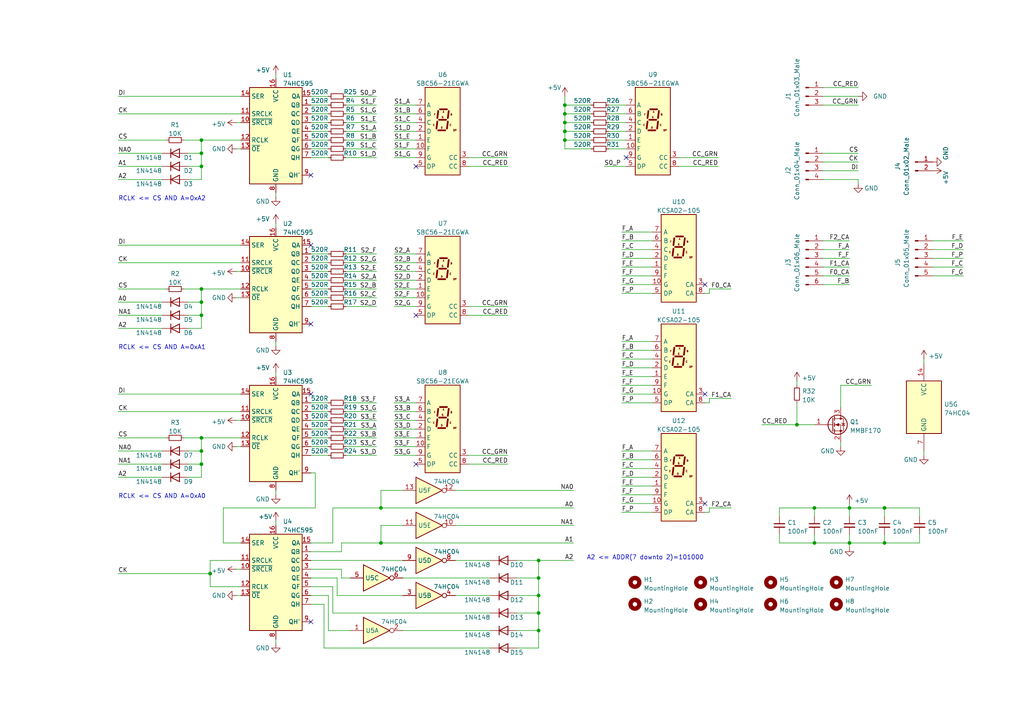
<source format=kicad_sch>
(kicad_sch (version 20211123) (generator eeschema)
  (paper "A4")
  (junction (at 110.49 157.48))
  (junction (at 156.21 167.64))
  (junction (at 163.83 33.02))
  (junction (at 246.38 147.32))
  (junction (at 58.42 130.81))
  (junction (at 163.83 40.64))
  (junction (at 58.42 127))
  (junction (at 156.21 182.88))
  (junction (at 231.14 123.19))
  (junction (at 58.42 48.26))
  (junction (at 156.21 177.8))
  (junction (at 246.38 157.48))
  (junction (at 58.42 40.64))
  (junction (at 58.42 83.82))
  (junction (at 256.54 157.48))
  (junction (at 58.42 91.44))
  (junction (at 110.49 147.32))
  (junction (at 156.21 172.72))
  (junction (at 58.42 134.62))
  (junction (at 236.22 147.32))
  (junction (at 163.83 30.48))
  (junction (at 58.42 87.63))
  (junction (at 58.42 44.45))
  (junction (at 163.83 35.56))
  (junction (at 256.54 147.32))
  (junction (at 60.96 166.37))
  (junction (at 163.83 38.1))
  (junction (at 236.22 157.48))
  (junction (at 156.21 162.56))
  (no_connect (at 120.65 134.62))
  (no_connect (at 204.47 146.05))
  (no_connect (at 90.17 71.12))
  (no_connect (at 204.47 82.55))
  (no_connect (at 90.17 93.98))
  (no_connect (at 90.17 180.34))
  (no_connect (at 90.17 114.3))
  (no_connect (at 204.47 114.3))
  (no_connect (at 120.65 48.26))
  (no_connect (at 90.17 50.8))
  (no_connect (at 181.61 45.72))
  (no_connect (at 120.65 91.44))
  (wire (pts (xy 267.97 130.81) (xy 267.97 132.08)))
  (wire (pts (xy 114.3 43.18) (xy 120.65 43.18)))
  (wire (pts (xy 58.42 52.07) (xy 58.42 48.26)))
  (wire (pts (xy 68.58 172.72) (xy 69.85 172.72)))
  (wire (pts (xy 96.52 157.48) (xy 96.52 147.32)))
  (wire (pts (xy 80.01 99.06) (xy 80.01 100.33)))
  (wire (pts (xy 238.76 77.47) (xy 246.38 77.47)))
  (wire (pts (xy 114.3 35.56) (xy 120.65 35.56)))
  (wire (pts (xy 110.49 152.4) (xy 110.49 157.48)))
  (wire (pts (xy 90.17 175.26) (xy 93.98 175.26)))
  (wire (pts (xy 270.51 72.39) (xy 279.4 72.39)))
  (wire (pts (xy 80.01 55.88) (xy 80.01 57.15)))
  (wire (pts (xy 68.58 43.18) (xy 69.85 43.18)))
  (wire (pts (xy 100.33 127) (xy 109.22 127)))
  (wire (pts (xy 270.51 80.01) (xy 279.4 80.01)))
  (wire (pts (xy 163.83 43.18) (xy 171.45 43.18)))
  (wire (pts (xy 248.92 46.99) (xy 238.76 46.99)))
  (wire (pts (xy 90.17 121.92) (xy 95.25 121.92)))
  (wire (pts (xy 180.34 101.6) (xy 189.23 101.6)))
  (wire (pts (xy 180.34 135.89) (xy 189.23 135.89)))
  (wire (pts (xy 34.29 44.45) (xy 46.99 44.45)))
  (wire (pts (xy 93.98 187.96) (xy 142.24 187.96)))
  (wire (pts (xy 163.83 40.64) (xy 171.45 40.64)))
  (wire (pts (xy 246.38 157.48) (xy 246.38 158.75)))
  (wire (pts (xy 58.42 130.81) (xy 54.61 130.81)))
  (wire (pts (xy 149.86 177.8) (xy 156.21 177.8)))
  (wire (pts (xy 68.58 121.92) (xy 69.85 121.92)))
  (wire (pts (xy 114.3 132.08) (xy 120.65 132.08)))
  (wire (pts (xy 90.17 76.2) (xy 95.25 76.2)))
  (wire (pts (xy 100.33 132.08) (xy 109.22 132.08)))
  (wire (pts (xy 34.29 166.37) (xy 60.96 166.37)))
  (wire (pts (xy 90.17 73.66) (xy 95.25 73.66)))
  (wire (pts (xy 90.17 132.08) (xy 95.25 132.08)))
  (wire (pts (xy 248.92 44.45) (xy 238.76 44.45)))
  (wire (pts (xy 93.98 175.26) (xy 93.98 187.96)))
  (wire (pts (xy 205.74 116.84) (xy 204.47 116.84)))
  (wire (pts (xy 80.01 151.13) (xy 80.01 152.4)))
  (wire (pts (xy 114.3 30.48) (xy 120.65 30.48)))
  (wire (pts (xy 156.21 167.64) (xy 156.21 172.72)))
  (wire (pts (xy 34.29 91.44) (xy 46.99 91.44)))
  (wire (pts (xy 90.17 167.64) (xy 97.79 167.64)))
  (wire (pts (xy 180.34 133.35) (xy 189.23 133.35)))
  (wire (pts (xy 176.53 40.64) (xy 181.61 40.64)))
  (wire (pts (xy 205.74 147.32) (xy 205.74 148.59)))
  (wire (pts (xy 68.58 78.74) (xy 69.85 78.74)))
  (wire (pts (xy 180.34 82.55) (xy 189.23 82.55)))
  (wire (pts (xy 231.14 123.19) (xy 236.22 123.19)))
  (wire (pts (xy 54.61 52.07) (xy 58.42 52.07)))
  (wire (pts (xy 114.3 129.54) (xy 120.65 129.54)))
  (wire (pts (xy 270.51 77.47) (xy 279.4 77.47)))
  (wire (pts (xy 114.3 88.9) (xy 120.65 88.9)))
  (wire (pts (xy 90.17 38.1) (xy 95.25 38.1)))
  (wire (pts (xy 114.3 124.46) (xy 120.65 124.46)))
  (wire (pts (xy 238.76 72.39) (xy 246.38 72.39)))
  (wire (pts (xy 90.17 43.18) (xy 95.25 43.18)))
  (wire (pts (xy 180.34 143.51) (xy 189.23 143.51)))
  (wire (pts (xy 256.54 147.32) (xy 266.7 147.32)))
  (wire (pts (xy 205.74 115.57) (xy 205.74 116.84)))
  (wire (pts (xy 270.51 69.85) (xy 279.4 69.85)))
  (wire (pts (xy 163.83 38.1) (xy 163.83 40.64)))
  (wire (pts (xy 135.89 91.44) (xy 147.32 91.44)))
  (wire (pts (xy 132.08 152.4) (xy 166.37 152.4)))
  (wire (pts (xy 163.83 35.56) (xy 163.83 38.1)))
  (wire (pts (xy 114.3 40.64) (xy 120.65 40.64)))
  (wire (pts (xy 180.34 148.59) (xy 189.23 148.59)))
  (wire (pts (xy 135.89 45.72) (xy 147.32 45.72)))
  (wire (pts (xy 180.34 67.31) (xy 189.23 67.31)))
  (wire (pts (xy 58.42 138.43) (xy 58.42 134.62)))
  (wire (pts (xy 100.33 40.64) (xy 109.22 40.64)))
  (wire (pts (xy 100.33 83.82) (xy 109.22 83.82)))
  (wire (pts (xy 100.33 35.56) (xy 109.22 35.56)))
  (wire (pts (xy 34.29 130.81) (xy 46.99 130.81)))
  (wire (pts (xy 34.29 119.38) (xy 69.85 119.38)))
  (wire (pts (xy 80.01 185.42) (xy 80.01 186.69)))
  (wire (pts (xy 97.79 172.72) (xy 116.84 172.72)))
  (wire (pts (xy 176.53 33.02) (xy 181.61 33.02)))
  (wire (pts (xy 34.29 33.02) (xy 69.85 33.02)))
  (wire (pts (xy 114.3 86.36) (xy 120.65 86.36)))
  (wire (pts (xy 163.83 33.02) (xy 163.83 35.56)))
  (wire (pts (xy 256.54 147.32) (xy 256.54 149.86)))
  (wire (pts (xy 180.34 69.85) (xy 189.23 69.85)))
  (wire (pts (xy 156.21 187.96) (xy 149.86 187.96)))
  (wire (pts (xy 114.3 116.84) (xy 120.65 116.84)))
  (wire (pts (xy 205.74 83.82) (xy 205.74 85.09)))
  (wire (pts (xy 68.58 165.1) (xy 69.85 165.1)))
  (wire (pts (xy 196.85 45.72) (xy 208.28 45.72)))
  (wire (pts (xy 132.08 162.56) (xy 142.24 162.56)))
  (wire (pts (xy 180.34 138.43) (xy 189.23 138.43)))
  (wire (pts (xy 100.33 86.36) (xy 109.22 86.36)))
  (wire (pts (xy 100.33 88.9) (xy 109.22 88.9)))
  (wire (pts (xy 163.83 30.48) (xy 171.45 30.48)))
  (wire (pts (xy 266.7 157.48) (xy 266.7 154.94)))
  (wire (pts (xy 149.86 162.56) (xy 156.21 162.56)))
  (wire (pts (xy 246.38 154.94) (xy 246.38 157.48)))
  (wire (pts (xy 54.61 91.44) (xy 58.42 91.44)))
  (wire (pts (xy 95.25 172.72) (xy 95.25 182.88)))
  (wire (pts (xy 58.42 134.62) (xy 58.42 130.81)))
  (wire (pts (xy 226.06 157.48) (xy 236.22 157.48)))
  (wire (pts (xy 110.49 142.24) (xy 110.49 147.32)))
  (wire (pts (xy 176.53 30.48) (xy 181.61 30.48)))
  (wire (pts (xy 114.3 83.82) (xy 120.65 83.82)))
  (wire (pts (xy 54.61 48.26) (xy 58.42 48.26)))
  (wire (pts (xy 132.08 142.24) (xy 166.37 142.24)))
  (wire (pts (xy 58.42 48.26) (xy 58.42 44.45)))
  (wire (pts (xy 226.06 149.86) (xy 226.06 147.32)))
  (wire (pts (xy 176.53 38.1) (xy 181.61 38.1)))
  (wire (pts (xy 163.83 27.94) (xy 163.83 30.48)))
  (wire (pts (xy 256.54 157.48) (xy 266.7 157.48)))
  (wire (pts (xy 99.06 157.48) (xy 110.49 157.48)))
  (wire (pts (xy 238.76 82.55) (xy 246.38 82.55)))
  (wire (pts (xy 116.84 152.4) (xy 110.49 152.4)))
  (wire (pts (xy 156.21 162.56) (xy 156.21 167.64)))
  (wire (pts (xy 34.29 71.12) (xy 69.85 71.12)))
  (wire (pts (xy 100.33 78.74) (xy 109.22 78.74)))
  (wire (pts (xy 90.17 35.56) (xy 95.25 35.56)))
  (wire (pts (xy 90.17 162.56) (xy 116.84 162.56)))
  (wire (pts (xy 60.96 166.37) (xy 60.96 162.56)))
  (wire (pts (xy 34.29 76.2) (xy 69.85 76.2)))
  (wire (pts (xy 156.21 177.8) (xy 156.21 182.88)))
  (wire (pts (xy 100.33 38.1) (xy 109.22 38.1)))
  (wire (pts (xy 97.79 167.64) (xy 97.79 172.72)))
  (wire (pts (xy 58.42 127) (xy 69.85 127)))
  (wire (pts (xy 246.38 147.32) (xy 256.54 147.32)))
  (wire (pts (xy 163.83 40.64) (xy 163.83 43.18)))
  (wire (pts (xy 248.92 52.07) (xy 248.92 53.34)))
  (wire (pts (xy 238.76 80.01) (xy 246.38 80.01)))
  (wire (pts (xy 180.34 85.09) (xy 189.23 85.09)))
  (wire (pts (xy 114.3 73.66) (xy 120.65 73.66)))
  (wire (pts (xy 163.83 35.56) (xy 171.45 35.56)))
  (wire (pts (xy 180.34 77.47) (xy 189.23 77.47)))
  (wire (pts (xy 236.22 147.32) (xy 246.38 147.32)))
  (wire (pts (xy 58.42 40.64) (xy 69.85 40.64)))
  (wire (pts (xy 196.85 48.26) (xy 208.28 48.26)))
  (wire (pts (xy 34.29 40.64) (xy 48.26 40.64)))
  (wire (pts (xy 243.84 128.27) (xy 243.84 129.54)))
  (wire (pts (xy 236.22 157.48) (xy 246.38 157.48)))
  (wire (pts (xy 95.25 182.88) (xy 101.6 182.88)))
  (wire (pts (xy 100.33 124.46) (xy 109.22 124.46)))
  (wire (pts (xy 114.3 127) (xy 120.65 127)))
  (wire (pts (xy 68.58 129.54) (xy 69.85 129.54)))
  (wire (pts (xy 90.17 81.28) (xy 95.25 81.28)))
  (wire (pts (xy 226.06 154.94) (xy 226.06 157.48)))
  (wire (pts (xy 90.17 30.48) (xy 95.25 30.48)))
  (wire (pts (xy 156.21 182.88) (xy 156.21 187.96)))
  (wire (pts (xy 176.53 35.56) (xy 181.61 35.56)))
  (wire (pts (xy 114.3 119.38) (xy 120.65 119.38)))
  (wire (pts (xy 90.17 170.18) (xy 96.52 170.18)))
  (wire (pts (xy 135.89 134.62) (xy 147.32 134.62)))
  (wire (pts (xy 149.86 182.88) (xy 156.21 182.88)))
  (wire (pts (xy 226.06 147.32) (xy 236.22 147.32)))
  (wire (pts (xy 231.14 110.49) (xy 231.14 111.76)))
  (wire (pts (xy 116.84 182.88) (xy 142.24 182.88)))
  (wire (pts (xy 68.58 86.36) (xy 69.85 86.36)))
  (wire (pts (xy 80.01 142.24) (xy 80.01 143.51)))
  (wire (pts (xy 248.92 49.53) (xy 238.76 49.53)))
  (wire (pts (xy 34.29 27.94) (xy 69.85 27.94)))
  (wire (pts (xy 90.17 78.74) (xy 95.25 78.74)))
  (wire (pts (xy 58.42 44.45) (xy 54.61 44.45)))
  (wire (pts (xy 34.29 127) (xy 48.26 127)))
  (wire (pts (xy 69.85 170.18) (xy 60.96 170.18)))
  (wire (pts (xy 163.83 38.1) (xy 171.45 38.1)))
  (wire (pts (xy 156.21 162.56) (xy 166.37 162.56)))
  (wire (pts (xy 180.34 130.81) (xy 189.23 130.81)))
  (wire (pts (xy 149.86 167.64) (xy 156.21 167.64)))
  (wire (pts (xy 90.17 172.72) (xy 95.25 172.72)))
  (wire (pts (xy 100.33 129.54) (xy 109.22 129.54)))
  (wire (pts (xy 34.29 95.25) (xy 46.99 95.25)))
  (wire (pts (xy 60.96 170.18) (xy 60.96 166.37)))
  (wire (pts (xy 238.76 69.85) (xy 246.38 69.85)))
  (wire (pts (xy 34.29 114.3) (xy 69.85 114.3)))
  (wire (pts (xy 132.08 172.72) (xy 142.24 172.72)))
  (wire (pts (xy 236.22 154.94) (xy 236.22 157.48)))
  (wire (pts (xy 135.89 132.08) (xy 147.32 132.08)))
  (wire (pts (xy 114.3 33.02) (xy 120.65 33.02)))
  (wire (pts (xy 246.38 157.48) (xy 256.54 157.48)))
  (wire (pts (xy 58.42 40.64) (xy 58.42 44.45)))
  (wire (pts (xy 238.76 52.07) (xy 248.92 52.07)))
  (wire (pts (xy 180.34 114.3) (xy 189.23 114.3)))
  (wire (pts (xy 80.01 64.77) (xy 80.01 66.04)))
  (wire (pts (xy 90.17 165.1) (xy 99.06 165.1)))
  (wire (pts (xy 90.17 119.38) (xy 95.25 119.38)))
  (wire (pts (xy 58.42 83.82) (xy 58.42 87.63)))
  (wire (pts (xy 100.33 30.48) (xy 109.22 30.48)))
  (wire (pts (xy 236.22 147.32) (xy 236.22 149.86)))
  (wire (pts (xy 180.34 74.93) (xy 189.23 74.93)))
  (wire (pts (xy 34.29 134.62) (xy 46.99 134.62)))
  (wire (pts (xy 231.14 116.84) (xy 231.14 123.19)))
  (wire (pts (xy 58.42 87.63) (xy 54.61 87.63)))
  (wire (pts (xy 114.3 76.2) (xy 120.65 76.2)))
  (wire (pts (xy 114.3 45.72) (xy 120.65 45.72)))
  (wire (pts (xy 100.33 116.84) (xy 109.22 116.84)))
  (wire (pts (xy 96.52 177.8) (xy 142.24 177.8)))
  (wire (pts (xy 180.34 116.84) (xy 189.23 116.84)))
  (wire (pts (xy 90.17 86.36) (xy 95.25 86.36)))
  (wire (pts (xy 246.38 146.05) (xy 246.38 147.32)))
  (wire (pts (xy 90.17 83.82) (xy 95.25 83.82)))
  (wire (pts (xy 220.98 123.19) (xy 231.14 123.19)))
  (wire (pts (xy 266.7 147.32) (xy 266.7 149.86)))
  (wire (pts (xy 58.42 127) (xy 58.42 130.81)))
  (wire (pts (xy 248.92 27.94) (xy 238.76 27.94)))
  (wire (pts (xy 149.86 172.72) (xy 156.21 172.72)))
  (wire (pts (xy 90.17 33.02) (xy 95.25 33.02)))
  (wire (pts (xy 180.34 99.06) (xy 189.23 99.06)))
  (wire (pts (xy 248.92 30.48) (xy 238.76 30.48)))
  (wire (pts (xy 100.33 81.28) (xy 109.22 81.28)))
  (wire (pts (xy 270.51 74.93) (xy 279.4 74.93)))
  (wire (pts (xy 180.34 146.05) (xy 189.23 146.05)))
  (wire (pts (xy 99.06 165.1) (xy 99.06 167.64)))
  (wire (pts (xy 90.17 129.54) (xy 95.25 129.54)))
  (wire (pts (xy 99.06 167.64) (xy 101.6 167.64)))
  (wire (pts (xy 80.01 107.95) (xy 80.01 109.22)))
  (wire (pts (xy 34.29 87.63) (xy 46.99 87.63)))
  (wire (pts (xy 34.29 52.07) (xy 46.99 52.07)))
  (wire (pts (xy 256.54 154.94) (xy 256.54 157.48)))
  (wire (pts (xy 58.42 95.25) (xy 58.42 91.44)))
  (wire (pts (xy 53.34 83.82) (xy 58.42 83.82)))
  (wire (pts (xy 90.17 157.48) (xy 96.52 157.48)))
  (wire (pts (xy 58.42 83.82) (xy 69.85 83.82)))
  (wire (pts (xy 114.3 121.92) (xy 120.65 121.92)))
  (wire (pts (xy 180.34 140.97) (xy 189.23 140.97)))
  (wire (pts (xy 116.84 167.64) (xy 142.24 167.64)))
  (wire (pts (xy 90.17 124.46) (xy 95.25 124.46)))
  (wire (pts (xy 110.49 157.48) (xy 166.37 157.48)))
  (wire (pts (xy 90.17 88.9) (xy 95.25 88.9)))
  (wire (pts (xy 90.17 27.94) (xy 95.25 27.94)))
  (wire (pts (xy 90.17 40.64) (xy 95.25 40.64)))
  (wire (pts (xy 156.21 172.72) (xy 156.21 177.8)))
  (wire (pts (xy 176.53 43.18) (xy 181.61 43.18)))
  (wire (pts (xy 180.34 109.22) (xy 189.23 109.22)))
  (wire (pts (xy 205.74 115.57) (xy 212.09 115.57)))
  (wire (pts (xy 100.33 121.92) (xy 109.22 121.92)))
  (wire (pts (xy 99.06 160.02) (xy 99.06 157.48)))
  (wire (pts (xy 180.34 111.76) (xy 189.23 111.76)))
  (wire (pts (xy 114.3 38.1) (xy 120.65 38.1)))
  (wire (pts (xy 34.29 48.26) (xy 46.99 48.26)))
  (wire (pts (xy 96.52 170.18) (xy 96.52 177.8)))
  (wire (pts (xy 175.26 48.26) (xy 181.61 48.26)))
  (wire (pts (xy 53.34 127) (xy 58.42 127)))
  (wire (pts (xy 100.33 76.2) (xy 109.22 76.2)))
  (wire (pts (xy 114.3 78.74) (xy 120.65 78.74)))
  (wire (pts (xy 135.89 48.26) (xy 147.32 48.26)))
  (wire (pts (xy 90.17 160.02) (xy 99.06 160.02)))
  (wire (pts (xy 180.34 104.14) (xy 189.23 104.14)))
  (wire (pts (xy 96.52 147.32) (xy 110.49 147.32)))
  (wire (pts (xy 246.38 147.32) (xy 246.38 149.86)))
  (wire (pts (xy 163.83 33.02) (xy 171.45 33.02)))
  (wire (pts (xy 100.33 119.38) (xy 109.22 119.38)))
  (wire (pts (xy 34.29 138.43) (xy 46.99 138.43)))
  (wire (pts (xy 116.84 142.24) (xy 110.49 142.24)))
  (wire (pts (xy 248.92 25.4) (xy 238.76 25.4)))
  (wire (pts (xy 180.34 80.01) (xy 189.23 80.01)))
  (wire (pts (xy 180.34 72.39) (xy 189.23 72.39)))
  (wire (pts (xy 80.01 21.59) (xy 80.01 22.86)))
  (wire (pts (xy 180.34 106.68) (xy 189.23 106.68)))
  (wire (pts (xy 110.49 147.32) (xy 166.37 147.32)))
  (wire (pts (xy 243.84 111.76) (xy 252.73 111.76)))
  (wire (pts (xy 205.74 148.59) (xy 204.47 148.59)))
  (wire (pts (xy 100.33 27.94) (xy 109.22 27.94)))
  (wire (pts (xy 100.33 45.72) (xy 109.22 45.72)))
  (wire (pts (xy 205.74 85.09) (xy 204.47 85.09)))
  (wire (pts (xy 205.74 83.82) (xy 212.09 83.82)))
  (wire (pts (xy 243.84 118.11) (xy 243.84 111.76)))
  (wire (pts (xy 68.58 35.56) (xy 69.85 35.56)))
  (wire (pts (xy 34.29 83.82) (xy 48.26 83.82)))
  (wire (pts (xy 100.33 33.02) (xy 109.22 33.02)))
  (wire (pts (xy 54.61 134.62) (xy 58.42 134.62)))
  (wire (pts (xy 53.34 40.64) (xy 58.42 40.64)))
  (wire (pts (xy 64.77 147.32) (xy 91.44 147.32)))
  (wire (pts (xy 100.33 43.18) (xy 109.22 43.18)))
  (wire (pts (xy 54.61 138.43) (xy 58.42 138.43)))
  (wire (pts (xy 238.76 74.93) (xy 246.38 74.93)))
  (wire (pts (xy 60.96 162.56) (xy 69.85 162.56)))
  (wire (pts (xy 90.17 137.16) (xy 91.44 137.16)))
  (wire (pts (xy 135.89 88.9) (xy 147.32 88.9)))
  (wire (pts (xy 90.17 127) (xy 95.25 127)))
  (wire (pts (xy 267.97 104.14) (xy 267.97 105.41)))
  (wire (pts (xy 163.83 30.48) (xy 163.83 33.02)))
  (wire (pts (xy 205.74 147.32) (xy 212.09 147.32)))
  (wire (pts (xy 114.3 81.28) (xy 120.65 81.28)))
  (wire (pts (xy 91.44 137.16) (xy 91.44 147.32)))
  (wire (pts (xy 64.77 157.48) (xy 69.85 157.48)))
  (wire (pts (xy 58.42 91.44) (xy 58.42 87.63)))
  (wire (pts (xy 90.17 116.84) (xy 95.25 116.84)))
  (wire (pts (xy 100.33 73.66) (xy 109.22 73.66)))
  (wire (pts (xy 64.77 147.32) (xy 64.77 157.48)))
  (wire (pts (xy 54.61 95.25) (xy 58.42 95.25)))
  (wire (pts (xy 90.17 45.72) (xy 95.25 45.72)))
  (text "RCLK <= CS AND A=0xA0" (at 34.29 144.78 0) (effects (font (size 1.27 1.27)) (justify left bottom)))
  (text "RCLK <= CS AND A=0xA2" (at 34.29 58.42 0) (effects (font (size 1.27 1.27)) (justify left bottom)))
  (text "RCLK <= CS AND A=0xA1" (at 34.29 101.6 0) (effects (font (size 1.27 1.27)) (justify left bottom)))
  (text "A2 <= ADDR(7 downto 2)=101000" (at 170.18 162.56 0) (effects (font (size 1.27 1.27)) (justify left bottom)))
  (label "CK" (at 34.29 166.37 0))
  (label "F_A" (at 180.34 67.31 0))
  (label "DI" (at 34.29 27.94 0))
  (label "F_D" (at 180.34 106.68 0))
  (label "CC_RED" (at 248.92 25.4 180))
  (label "F_E" (at 180.34 109.22 0))
  (label "F_A" (at 180.34 99.06 0))
  (label "S2_C" (at 109.22 86.36 180))
  (label "F_E" (at 180.34 140.97 0))
  (label "A2" (at 34.29 95.25 0))
  (label "S3_F" (at 109.22 116.84 180))
  (label "F_E" (at 279.4 69.85 180))
  (label "CK" (at 34.29 33.02 0))
  (label "F_G" (at 180.34 114.3 0))
  (label "S1_B" (at 109.22 40.64 180))
  (label "S1_A" (at 109.22 38.1 180))
  (label "S0_P" (at 175.26 48.26 0))
  (label "S1_C" (at 114.3 35.56 0))
  (label "F0_CA" (at 212.09 83.82 180))
  (label "S3_C" (at 114.3 121.92 0))
  (label "S3_B" (at 114.3 119.38 0))
  (label "S1_B" (at 114.3 33.02 0))
  (label "F_D" (at 180.34 138.43 0))
  (label "F_A" (at 180.34 130.81 0))
  (label "F_F" (at 180.34 143.51 0))
  (label "F0_CA" (at 246.38 80.01 180))
  (label "NA1" (at 162.56 152.4 0))
  (label "CS" (at 34.29 83.82 0))
  (label "S3_A" (at 114.3 116.84 0))
  (label "F_F" (at 246.38 74.93 180))
  (label "F_E" (at 180.34 77.47 0))
  (label "S3_D" (at 114.3 124.46 0))
  (label "S3_F" (at 114.3 129.54 0))
  (label "NA0" (at 162.56 142.24 0))
  (label "NA0" (at 34.29 130.81 0))
  (label "F_B" (at 180.34 133.35 0))
  (label "A0" (at 34.29 87.63 0))
  (label "CC_GRN" (at 147.32 132.08 180))
  (label "CC_GRN" (at 147.32 88.9 180))
  (label "F_A" (at 246.38 72.39 180))
  (label "S2_D" (at 109.22 88.9 180))
  (label "S1_A" (at 114.3 30.48 0))
  (label "S1_G" (at 109.22 33.02 180))
  (label "S1_D" (at 114.3 38.1 0))
  (label "F1_CA" (at 246.38 77.47 180))
  (label "S1_C" (at 109.22 43.18 180))
  (label "F_C" (at 279.4 77.47 180))
  (label "F_D" (at 180.34 74.93 0))
  (label "CC_GRN" (at 248.92 30.48 180))
  (label "F_F" (at 180.34 80.01 0))
  (label "S2_G" (at 109.22 76.2 180))
  (label "S0_P" (at 109.22 27.94 180))
  (label "CC_RED" (at 208.28 48.26 180))
  (label "F_P" (at 180.34 148.59 0))
  (label "S2_E" (at 109.22 78.74 180))
  (label "CK" (at 248.92 46.99 180))
  (label "CC_GRN" (at 147.32 45.72 180))
  (label "S3_G" (at 114.3 132.08 0))
  (label "S2_D" (at 114.3 81.28 0))
  (label "CS" (at 34.29 127 0))
  (label "S3_B" (at 109.22 127 180))
  (label "CC_GRN" (at 208.28 45.72 180))
  (label "DI" (at 248.92 49.53 180))
  (label "F_P" (at 180.34 116.84 0))
  (label "A1" (at 163.83 157.48 0))
  (label "S2_F" (at 109.22 73.66 180))
  (label "CS" (at 34.29 40.64 0))
  (label "DI" (at 34.29 114.3 0))
  (label "F_C" (at 180.34 72.39 0))
  (label "S2_B" (at 109.22 83.82 180))
  (label "S3_G" (at 109.22 119.38 180))
  (label "F_B" (at 246.38 82.55 180))
  (label "S2_A" (at 109.22 81.28 180))
  (label "S1_F" (at 114.3 43.18 0))
  (label "F_B" (at 180.34 101.6 0))
  (label "S2_G" (at 114.3 88.9 0))
  (label "S3_A" (at 109.22 124.46 180))
  (label "S2_E" (at 114.3 83.82 0))
  (label "F_G" (at 279.4 80.01 180))
  (label "CC_RED" (at 147.32 48.26 180))
  (label "CC_GRN" (at 252.73 111.76 180))
  (label "F_D" (at 279.4 72.39 180))
  (label "F_P" (at 180.34 85.09 0))
  (label "CK" (at 34.29 76.2 0))
  (label "F2_CA" (at 246.38 69.85 180))
  (label "F_G" (at 180.34 82.55 0))
  (label "F_P" (at 279.4 74.93 180))
  (label "A1" (at 34.29 48.26 0))
  (label "A2" (at 34.29 138.43 0))
  (label "CK" (at 34.29 119.38 0))
  (label "S1_D" (at 109.22 45.72 180))
  (label "NA1" (at 34.29 91.44 0))
  (label "S1_G" (at 114.3 45.72 0))
  (label "F_C" (at 180.34 104.14 0))
  (label "F1_CA" (at 212.09 115.57 180))
  (label "CC_RED" (at 147.32 134.62 180))
  (label "F_C" (at 180.34 135.89 0))
  (label "S1_E" (at 114.3 40.64 0))
  (label "S1_F" (at 109.22 30.48 180))
  (label "S3_C" (at 109.22 129.54 180))
  (label "S1_E" (at 109.22 35.56 180))
  (label "DI" (at 34.29 71.12 0))
  (label "CS" (at 248.92 44.45 180))
  (label "A2" (at 34.29 52.07 0))
  (label "CC_RED" (at 147.32 91.44 180))
  (label "S2_A" (at 114.3 73.66 0))
  (label "A2" (at 163.83 162.56 0))
  (label "S2_C" (at 114.3 78.74 0))
  (label "NA1" (at 34.29 134.62 0))
  (label "S3_E" (at 109.22 121.92 180))
  (label "A0" (at 163.83 147.32 0))
  (label "S2_F" (at 114.3 86.36 0))
  (label "F2_CA" (at 212.09 147.32 180))
  (label "S3_D" (at 109.22 132.08 180))
  (label "F_F" (at 180.34 111.76 0))
  (label "F_G" (at 180.34 146.05 0))
  (label "S2_B" (at 114.3 76.2 0))
  (label "F_B" (at 180.34 69.85 0))
  (label "S3_E" (at 114.3 127 0))
  (label "NA0" (at 34.29 44.45 0))
  (label "CC_RED" (at 220.98 123.19 0))
  (symbol (lib_id "Mechanical:MountingHole") (at 184.15 168.91 0) (unit 1)
    (property "Reference" "H1" (at 186.69 168.0753 0) (effects (justify left)))
    (property "Value" "MountingHole" (at 186.69 170.6122 0) (effects (justify left)))
    (property "Footprint" "MountingHole:MountingHole_3mm" (effects hide))
  )
  (symbol (lib_id "power:+5V") (at 80.01 21.59 0) (unit 1)
    (property "Reference" "#PWR0110" (effects hide))
    (property "Value" "+5V" (at 76.2 20.32 0))
  )
  (symbol (lib_id "power:GND") (at 68.58 172.72 270) (unit 1)
    (property "Reference" "#PWR0107" (effects hide))
    (property "Value" "GND" (at 63.5 172.72 90))
  )
  (symbol (lib_id "Device:C_Small") (at 246.38 152.4 0) (unit 1)
    (property "Reference" "C3" (at 248.7041 151.5716 0) (effects (justify left)))
    (property "Value" "100nF" (at 248.7041 154.1085 0) (effects (justify left)))
    (property "Footprint" "Capacitor_SMD:C_0603_1608Metric" (effects hide))
  )
  (symbol (lib_id "Display_Character:KCSA02-105") (at 196.85 106.68 0) (unit 1)
    (property "Reference" "U11" (at 196.85 90.2802 0))
    (property "Value" "KCSA02-105" (at 196.85 92.8171 0))
    (property "Footprint" "Display_7Segment:D1X8K" (effects hide))
    (property "Datasheet" "http://www.kingbright.com/attachments/file/psearch/000/00/00/KCSA02-105(Ver.10A).pdf" (effects hide))
  )
  (symbol (lib_id "power:GND") (at 246.38 158.75 0) (unit 1)
    (property "Reference" "#PWR0121" (effects hide))
    (property "Value" "GND" (at 242.57 160.02 0))
  )
  (symbol (lib_id "74xx:74HC595") (at 80.01 124.46 0) (unit 1)
    (property "Reference" "U3" (at 82.0294 108.0602 0) (effects (justify left)))
    (property "Value" "74HC595" (at 82.0294 110.5971 0) (effects (justify left)))
    (property "Footprint" "Package_DIP:DIP-16_W7.62mm" (effects hide))
    (property "Datasheet" "http://www.ti.com/lit/ds/symlink/sn74hc595.pdf" (effects hide))
  )
  (symbol (lib_id "Transistor_FET:MMBF170") (at 241.3 123.19 0) (unit 1)
    (property "Reference" "Q1" (at 246.507 122.3553 0) (effects (justify left)))
    (property "Value" "MMBF170" (at 246.507 124.8922 0) (effects (justify left)))
    (property "Footprint" "Package_TO_SOT_SMD:SOT-23" (effects hide))
    (property "Datasheet" "https://www.diodes.com/assets/Datasheets/ds30104.pdf" (effects hide))
  )
  (symbol (lib_id "Diode:1N4148") (at 146.05 177.8 0) (unit 1)
    (property "Reference" "D13" (at 149.86 179.07 0))
    (property "Value" "1N4148" (at 138.43 179.07 0))
    (property "Footprint" "Diode_SMD:D_SOD-323" (effects hide))
    (property "Datasheet" "https://assets.nexperia.com/documents/data-sheet/1N4148_1N4448.pdf" (effects hide))
  )
  (symbol (lib_id "7seg:SBC56-21EGWA") (at 189.23 39.37 0) (unit 1)
    (property "Reference" "U9" (at 189.3316 21.6494 0))
    (property "Value" "SBC56-21EGWA" (at 189.3316 24.1863 0))
    (property "Footprint" "Display_7Segment:D1X8K" (effects hide))
  )
  (symbol (lib_id "74xx:74HC04") (at 124.46 172.72 0) (unit 2)
    (property "Reference" "U5" (at 123.19 172.72 0))
    (property "Value" "74HC04" (at 129.54 170.18 0))
    (property "Footprint" "Package_DIP:DIP-14_W7.62mm" (effects hide))
    (property "Datasheet" "https://assets.nexperia.com/documents/data-sheet/74HC_HCT04.pdf" (effects hide))
  )
  (symbol (lib_id "power:GND") (at 80.01 57.15 0) (unit 1)
    (property "Reference" "#PWR0111" (effects hide))
    (property "Value" "GND" (at 76.2 58.42 0))
  )
  (symbol (lib_id "Device:R_Small") (at 97.79 83.82 90) (unit 1)
    (property "Reference" "R15" (at 101.6 82.55 90))
    (property "Value" "520R" (at 92.71 82.55 90))
    (property "Footprint" "Resistor_SMD:R_0603_1608Metric" (effects hide))
  )
  (symbol (lib_id "Device:C_Small") (at 256.54 152.4 0) (unit 1)
    (property "Reference" "C4" (at 258.8641 151.5716 0) (effects (justify left)))
    (property "Value" "100nF" (at 258.8641 154.1085 0) (effects (justify left)))
    (property "Footprint" "Capacitor_SMD:C_0603_1608Metric" (effects hide))
  )
  (symbol (lib_id "Device:R_Small") (at 173.99 40.64 90) (unit 1)
    (property "Reference" "R30" (at 177.8 39.37 90))
    (property "Value" "520R" (at 168.91 39.37 90))
    (property "Footprint" "Resistor_SMD:R_0603_1608Metric" (effects hide))
  )
  (symbol (lib_id "Diode:1N4148") (at 146.05 167.64 0) (unit 1)
    (property "Reference" "D11" (at 149.86 168.91 0))
    (property "Value" "1N4148" (at 138.43 168.91 0))
    (property "Footprint" "Diode_SMD:D_SOD-323" (effects hide))
    (property "Datasheet" "https://assets.nexperia.com/documents/data-sheet/1N4148_1N4448.pdf" (effects hide))
  )
  (symbol (lib_id "Device:C_Small") (at 266.7 152.4 0) (unit 1)
    (property "Reference" "C5" (at 269.0241 151.5716 0) (effects (justify left)))
    (property "Value" "100nF" (at 269.0241 154.1085 0) (effects (justify left)))
    (property "Footprint" "Capacitor_SMD:C_0603_1608Metric" (effects hide))
  )
  (symbol (lib_id "74xx:74HC04") (at 124.46 142.24 0) (unit 6)
    (property "Reference" "U5" (at 123.19 142.24 0))
    (property "Value" "74HC04" (at 129.54 139.7 0))
    (property "Footprint" "Package_DIP:DIP-14_W7.62mm" (effects hide))
    (property "Datasheet" "https://assets.nexperia.com/documents/data-sheet/74HC_HCT04.pdf" (effects hide))
  )
  (symbol (lib_id "power:GND") (at 68.58 86.36 270) (unit 1)
    (property "Reference" "#PWR0108" (effects hide))
    (property "Value" "GND" (at 63.5 86.36 90))
  )
  (symbol (lib_id "Device:R_Small") (at 97.79 81.28 90) (unit 1)
    (property "Reference" "R14" (at 101.6 80.01 90))
    (property "Value" "520R" (at 92.71 80.01 90))
    (property "Footprint" "Resistor_SMD:R_0603_1608Metric" (effects hide))
  )
  (symbol (lib_id "Device:R_Small") (at 97.79 27.94 90) (unit 1)
    (property "Reference" "R25" (at 101.6 26.67 90))
    (property "Value" "520R" (at 92.71 26.67 90))
    (property "Footprint" "Resistor_SMD:R_0603_1608Metric" (effects hide))
  )
  (symbol (lib_id "Device:R_Small") (at 97.79 40.64 90) (unit 1)
    (property "Reference" "R8" (at 101.6 39.37 90))
    (property "Value" "520R" (at 92.71 39.37 90))
    (property "Footprint" "Resistor_SMD:R_0603_1608Metric" (effects hide))
  )
  (symbol (lib_id "Device:R_Small") (at 97.79 86.36 90) (unit 1)
    (property "Reference" "R16" (at 101.6 85.09 90))
    (property "Value" "520R" (at 92.71 85.09 90))
    (property "Footprint" "Resistor_SMD:R_0603_1608Metric" (effects hide))
  )
  (symbol (lib_id "Device:R_Small") (at 173.99 33.02 90) (unit 1)
    (property "Reference" "R27" (at 177.8 31.75 90))
    (property "Value" "520R" (at 168.91 31.75 90))
    (property "Footprint" "Resistor_SMD:R_0603_1608Metric" (effects hide))
  )
  (symbol (lib_id "Diode:1N4148") (at 146.05 172.72 0) (unit 1)
    (property "Reference" "D12" (at 149.86 173.99 0))
    (property "Value" "1N4148" (at 138.43 173.99 0))
    (property "Footprint" "Diode_SMD:D_SOD-323" (effects hide))
    (property "Datasheet" "https://assets.nexperia.com/documents/data-sheet/1N4148_1N4448.pdf" (effects hide))
  )
  (symbol (lib_id "power:GND") (at 248.92 27.94 90) (mirror x) (unit 1)
    (property "Reference" "#PWR0122" (effects hide))
    (property "Value" "GND" (at 255.27 27.94 90))
  )
  (symbol (lib_id "Device:R_Small") (at 97.79 38.1 90) (unit 1)
    (property "Reference" "R7" (at 101.6 36.83 90))
    (property "Value" "520R" (at 92.71 36.83 90))
    (property "Footprint" "Resistor_SMD:R_0603_1608Metric" (effects hide))
  )
  (symbol (lib_id "74xx:74HC04") (at 267.97 118.11 0) (unit 7)
    (property "Reference" "U5" (at 273.812 117.2753 0) (effects (justify left)))
    (property "Value" "74HC04" (at 273.812 119.8122 0) (effects (justify left)))
    (property "Footprint" "Package_DIP:DIP-14_W7.62mm" (effects hide))
    (property "Datasheet" "https://assets.nexperia.com/documents/data-sheet/74HC_HCT04.pdf" (effects hide))
  )
  (symbol (lib_id "power:GND") (at 68.58 43.18 270) (unit 1)
    (property "Reference" "#PWR0113" (effects hide))
    (property "Value" "GND" (at 63.5 43.18 90))
  )
  (symbol (lib_id "power:+5V") (at 246.38 146.05 0) (unit 1)
    (property "Reference" "#PWR0120" (effects hide))
    (property "Value" "+5V" (at 247.777 145.2138 0) (effects (justify left)))
  )
  (symbol (lib_id "power:+5V") (at 68.58 78.74 90) (unit 1)
    (property "Reference" "#PWR0109" (effects hide))
    (property "Value" "+5V" (at 65.4051 79.1738 90) (effects (justify left)))
  )
  (symbol (lib_id "Connector:Conn_01x06_Male") (at 233.68 74.93 0) (unit 1)
    (property "Reference" "J3" (at 228.6 76.2 90))
    (property "Value" "Conn_01x06_Male" (at 231.14 76.2 90))
    (property "Footprint" "Connector_JST:JST_XH_B6B-XH-A_1x06_P2.50mm_Vertical" (effects hide))
  )
  (symbol (lib_id "Device:R_Small") (at 97.79 73.66 90) (unit 1)
    (property "Reference" "R11" (at 101.6 72.39 90))
    (property "Value" "520R" (at 92.71 72.39 90))
    (property "Footprint" "Resistor_SMD:R_0603_1608Metric" (effects hide))
  )
  (symbol (lib_id "Device:R_Small") (at 97.79 33.02 90) (unit 1)
    (property "Reference" "R5" (at 101.6 31.75 90))
    (property "Value" "520R" (at 92.71 31.75 90))
    (property "Footprint" "Resistor_SMD:R_0603_1608Metric" (effects hide))
  )
  (symbol (lib_id "74xx:74HC04") (at 109.22 182.88 0) (unit 1)
    (property "Reference" "U5" (at 107.95 182.88 0))
    (property "Value" "74HC04" (at 114.3 180.34 0))
    (property "Footprint" "Package_DIP:DIP-14_W7.62mm" (effects hide))
    (property "Datasheet" "https://assets.nexperia.com/documents/data-sheet/74HC_HCT04.pdf" (effects hide))
  )
  (symbol (lib_id "power:GND") (at 80.01 186.69 0) (unit 1)
    (property "Reference" "#PWR0106" (effects hide))
    (property "Value" "GND" (at 76.2 187.96 0))
  )
  (symbol (lib_id "Diode:1N4148") (at 50.8 130.81 0) (unit 1)
    (property "Reference" "D7" (at 54.61 132.08 0))
    (property "Value" "1N4148" (at 43.18 132.08 0))
    (property "Footprint" "Diode_SMD:D_SOD-323" (effects hide))
    (property "Datasheet" "https://assets.nexperia.com/documents/data-sheet/1N4148_1N4448.pdf" (effects hide))
  )
  (symbol (lib_id "Device:R_Small") (at 173.99 30.48 90) (unit 1)
    (property "Reference" "R26" (at 177.8 29.21 90))
    (property "Value" "520R" (at 168.91 29.21 90))
    (property "Footprint" "Resistor_SMD:R_0603_1608Metric" (effects hide))
  )
  (symbol (lib_id "Device:R_Small") (at 97.79 30.48 90) (unit 1)
    (property "Reference" "R4" (at 101.6 29.21 90))
    (property "Value" "520R" (at 92.71 29.21 90))
    (property "Footprint" "Resistor_SMD:R_0603_1608Metric" (effects hide))
  )
  (symbol (lib_id "power:+5V") (at 163.83 27.94 0) (unit 1)
    (property "Reference" "#PWR0119" (effects hide))
    (property "Value" "+5V" (at 158.75 25.4 0) (effects (justify left)))
  )
  (symbol (lib_id "power:+5V") (at 68.58 165.1 90) (unit 1)
    (property "Reference" "#PWR0105" (effects hide))
    (property "Value" "+5V" (at 65.4051 165.5338 90) (effects (justify left)))
  )
  (symbol (lib_id "Mechanical:MountingHole") (at 203.2 175.26 0) (unit 1)
    (property "Reference" "H4" (at 205.74 174.4253 0) (effects (justify left)))
    (property "Value" "MountingHole" (at 205.74 176.9622 0) (effects (justify left)))
    (property "Footprint" "MountingHole:MountingHole_3mm" (effects hide))
  )
  (symbol (lib_id "power:+5V") (at 80.01 107.95 0) (unit 1)
    (property "Reference" "#PWR0115" (effects hide))
    (property "Value" "+5V" (at 76.2 106.68 0))
  )
  (symbol (lib_id "power:GND") (at 68.58 129.54 270) (unit 1)
    (property "Reference" "#PWR0101" (effects hide))
    (property "Value" "GND" (at 63.5 129.54 90))
  )
  (symbol (lib_id "Mechanical:MountingHole") (at 242.57 168.91 0) (unit 1)
    (property "Reference" "H7" (at 245.11 168.0753 0) (effects (justify left)))
    (property "Value" "MountingHole" (at 245.11 170.6122 0) (effects (justify left)))
    (property "Footprint" "MountingHole:MountingHole_3mm" (effects hide))
  )
  (symbol (lib_id "74xx:74HC04") (at 124.46 152.4 0) (unit 5)
    (property "Reference" "U5" (at 123.19 152.4 0))
    (property "Value" "74HC04" (at 129.54 149.86 0))
    (property "Footprint" "Package_DIP:DIP-14_W7.62mm" (effects hide))
    (property "Datasheet" "https://assets.nexperia.com/documents/data-sheet/74HC_HCT04.pdf" (effects hide))
  )
  (symbol (lib_id "Device:R_Small") (at 97.79 78.74 90) (unit 1)
    (property "Reference" "R13" (at 101.6 77.47 90))
    (property "Value" "520R" (at 92.71 77.47 90))
    (property "Footprint" "Resistor_SMD:R_0603_1608Metric" (effects hide))
  )
  (symbol (lib_id "74xx:74HC595") (at 80.01 38.1 0) (unit 1)
    (property "Reference" "U1" (at 82.0294 21.7002 0) (effects (justify left)))
    (property "Value" "74HC595" (at 82.0294 24.2371 0) (effects (justify left)))
    (property "Footprint" "Package_DIP:DIP-16_W7.62mm" (effects hide))
    (property "Datasheet" "http://www.ti.com/lit/ds/symlink/sn74hc595.pdf" (effects hide))
  )
  (symbol (lib_id "7seg:SBC56-21EGWA") (at 128.27 39.37 0) (unit 1)
    (property "Reference" "U6" (at 128.3716 21.6494 0))
    (property "Value" "SBC56-21EGWA" (at 128.3716 24.1863 0))
    (property "Footprint" "Display_7Segment:D1X8K" (effects hide))
  )
  (symbol (lib_id "Device:R_Small") (at 97.79 127 90) (unit 1)
    (property "Reference" "R22" (at 101.6 125.73 90))
    (property "Value" "520R" (at 92.71 125.73 90))
    (property "Footprint" "Resistor_SMD:R_0603_1608Metric" (effects hide))
  )
  (symbol (lib_id "Display_Character:KCSA02-105") (at 196.85 138.43 0) (unit 1)
    (property "Reference" "U12" (at 196.85 122.0302 0))
    (property "Value" "KCSA02-105" (at 196.85 124.5671 0))
    (property "Footprint" "Display_7Segment:D1X8K" (effects hide))
    (property "Datasheet" "http://www.kingbright.com/attachments/file/psearch/000/00/00/KCSA02-105(Ver.10A).pdf" (effects hide))
  )
  (symbol (lib_id "Device:R_Small") (at 173.99 38.1 90) (unit 1)
    (property "Reference" "R29" (at 177.8 36.83 90))
    (property "Value" "520R" (at 168.91 36.83 90))
    (property "Footprint" "Resistor_SMD:R_0603_1608Metric" (effects hide))
  )
  (symbol (lib_id "Device:R_Small") (at 97.79 119.38 90) (unit 1)
    (property "Reference" "R19" (at 101.6 118.11 90))
    (property "Value" "520R" (at 92.71 118.11 90))
    (property "Footprint" "Resistor_SMD:R_0603_1608Metric" (effects hide))
  )
  (symbol (lib_id "7seg:SBC56-21EGWA") (at 128.27 82.55 0) (unit 1)
    (property "Reference" "U7" (at 128.3716 64.8294 0))
    (property "Value" "SBC56-21EGWA" (at 128.3716 67.3663 0))
    (property "Footprint" "Display_7Segment:D1X8K" (effects hide))
  )
  (symbol (lib_id "Device:R_Small") (at 97.79 76.2 90) (unit 1)
    (property "Reference" "R12" (at 101.6 74.93 90))
    (property "Value" "520R" (at 92.71 74.93 90))
    (property "Footprint" "Resistor_SMD:R_0603_1608Metric" (effects hide))
  )
  (symbol (lib_id "Diode:1N4148") (at 50.8 95.25 0) (unit 1)
    (property "Reference" "D6" (at 54.61 96.52 0))
    (property "Value" "1N4148" (at 43.18 96.52 0))
    (property "Footprint" "Diode_SMD:D_SOD-323" (effects hide))
    (property "Datasheet" "https://assets.nexperia.com/documents/data-sheet/1N4148_1N4448.pdf" (effects hide))
  )
  (symbol (lib_id "power:GND") (at 243.84 129.54 0) (unit 1)
    (property "Reference" "#PWR0124" (effects hide))
    (property "Value" "GND" (at 240.03 130.81 0))
  )
  (symbol (lib_id "Mechanical:MountingHole") (at 242.57 175.26 0) (unit 1)
    (property "Reference" "H8" (at 245.11 174.4253 0) (effects (justify left)))
    (property "Value" "MountingHole" (at 245.11 176.9622 0) (effects (justify left)))
    (property "Footprint" "MountingHole:MountingHole_3mm" (effects hide))
  )
  (symbol (lib_id "Diode:1N4148") (at 50.8 87.63 0) (unit 1)
    (property "Reference" "D4" (at 54.61 88.9 0))
    (property "Value" "1N4148" (at 43.18 88.9 0))
    (property "Footprint" "Diode_SMD:D_SOD-323" (effects hide))
    (property "Datasheet" "https://assets.nexperia.com/documents/data-sheet/1N4148_1N4448.pdf" (effects hide))
  )
  (symbol (lib_id "power:+5V") (at 80.01 64.77 0) (unit 1)
    (property "Reference" "#PWR0112" (effects hide))
    (property "Value" "+5V" (at 76.2 63.5 0))
  )
  (symbol (lib_id "Device:R_Small") (at 97.79 45.72 90) (unit 1)
    (property "Reference" "R10" (at 101.6 44.45 90))
    (property "Value" "520R" (at 92.71 44.45 90))
    (property "Footprint" "Resistor_SMD:R_0603_1608Metric" (effects hide))
  )
  (symbol (lib_id "Mechanical:MountingHole") (at 223.52 168.91 0) (unit 1)
    (property "Reference" "H5" (at 226.06 168.0753 0) (effects (justify left)))
    (property "Value" "MountingHole" (at 226.06 170.6122 0) (effects (justify left)))
    (property "Footprint" "MountingHole:MountingHole_3mm" (effects hide))
  )
  (symbol (lib_id "Device:R_Small") (at 97.79 124.46 90) (unit 1)
    (property "Reference" "R21" (at 101.6 123.19 90))
    (property "Value" "520R" (at 92.71 123.19 90))
    (property "Footprint" "Resistor_SMD:R_0603_1608Metric" (effects hide))
  )
  (symbol (lib_id "74xx:74HC04") (at 124.46 162.56 0) (unit 4)
    (property "Reference" "U5" (at 123.19 162.56 0))
    (property "Value" "74HC04" (at 129.54 160.02 0))
    (property "Footprint" "Package_DIP:DIP-14_W7.62mm" (effects hide))
    (property "Datasheet" "https://assets.nexperia.com/documents/data-sheet/74HC_HCT04.pdf" (effects hide))
  )
  (symbol (lib_id "Device:R_Small") (at 97.79 35.56 90) (unit 1)
    (property "Reference" "R6" (at 101.6 34.29 90))
    (property "Value" "520R" (at 92.71 34.29 90))
    (property "Footprint" "Resistor_SMD:R_0603_1608Metric" (effects hide))
  )
  (symbol (lib_id "power:+5V") (at 231.14 110.49 0) (unit 1)
    (property "Reference" "#PWR0125" (effects hide))
    (property "Value" "+5V" (at 232.537 109.6538 0) (effects (justify left)))
  )
  (symbol (lib_id "Device:R_Small") (at 50.8 40.64 90) (unit 1)
    (property "Reference" "R1" (at 50.8 36.2036 90))
    (property "Value" "10K" (at 50.8 38.7405 90))
    (property "Footprint" "Resistor_SMD:R_0603_1608Metric" (effects hide))
  )
  (symbol (lib_id "Device:R_Small") (at 97.79 121.92 90) (unit 1)
    (property "Reference" "R20" (at 101.6 120.65 90))
    (property "Value" "520R" (at 92.71 120.65 90))
    (property "Footprint" "Resistor_SMD:R_0603_1608Metric" (effects hide))
  )
  (symbol (lib_id "Diode:1N4148") (at 50.8 48.26 0) (unit 1)
    (property "Reference" "D2" (at 54.61 49.53 0))
    (property "Value" "1N4148" (at 43.18 49.53 0))
    (property "Footprint" "Diode_SMD:D_SOD-323" (effects hide))
    (property "Datasheet" "https://assets.nexperia.com/documents/data-sheet/1N4148_1N4448.pdf" (effects hide))
  )
  (symbol (lib_id "Diode:1N4148") (at 50.8 134.62 0) (unit 1)
    (property "Reference" "D8" (at 54.61 135.89 0))
    (property "Value" "1N4148" (at 43.18 135.89 0))
    (property "Footprint" "Diode_SMD:D_SOD-323" (effects hide))
    (property "Datasheet" "https://assets.nexperia.com/documents/data-sheet/1N4148_1N4448.pdf" (effects hide))
  )
  (symbol (lib_id "Mechanical:MountingHole") (at 203.2 168.91 0) (unit 1)
    (property "Reference" "H3" (at 205.74 168.0753 0) (effects (justify left)))
    (property "Value" "MountingHole" (at 205.74 170.6122 0) (effects (justify left)))
    (property "Footprint" "MountingHole:MountingHole_3mm" (effects hide))
  )
  (symbol (lib_id "power:+5V") (at 270.51 49.53 270) (unit 1)
    (property "Reference" "#PWR0126" (effects hide))
    (property "Value" "+5V" (at 274.32 49.53 0) (effects (justify left)))
  )
  (symbol (lib_id "Device:C_Small") (at 226.06 152.4 0) (unit 1)
    (property "Reference" "C1" (at 228.3841 151.5716 0) (effects (justify left)))
    (property "Value" "100nF" (at 228.3841 154.1085 0) (effects (justify left)))
    (property "Footprint" "Capacitor_SMD:C_0603_1608Metric" (effects hide))
  )
  (symbol (lib_id "Device:R_Small") (at 97.79 129.54 90) (unit 1)
    (property "Reference" "R23" (at 101.6 128.27 90))
    (property "Value" "520R" (at 92.71 128.27 90))
    (property "Footprint" "Resistor_SMD:R_0603_1608Metric" (effects hide))
  )
  (symbol (lib_id "Diode:1N4148") (at 50.8 138.43 0) (unit 1)
    (property "Reference" "D9" (at 54.61 139.7 0))
    (property "Value" "1N4148" (at 43.18 139.7 0))
    (property "Footprint" "Diode_SMD:D_SOD-323" (effects hide))
    (property "Datasheet" "https://assets.nexperia.com/documents/data-sheet/1N4148_1N4448.pdf" (effects hide))
  )
  (symbol (lib_id "power:GND") (at 270.51 46.99 90) (mirror x) (unit 1)
    (property "Reference" "#PWR0127" (effects hide))
    (property "Value" "GND" (at 274.32 44.45 0))
  )
  (symbol (lib_id "power:+5V") (at 80.01 151.13 0) (unit 1)
    (property "Reference" "#PWR0104" (effects hide))
    (property "Value" "+5V" (at 74.93 149.86 0) (effects (justify left)))
  )
  (symbol (lib_id "Device:R_Small") (at 50.8 83.82 90) (unit 1)
    (property "Reference" "R2" (at 50.8 79.3836 90))
    (property "Value" "10K" (at 50.8 81.9205 90))
    (property "Footprint" "Resistor_SMD:R_0603_1608Metric" (effects hide))
  )
  (symbol (lib_id "Diode:1N4148") (at 146.05 182.88 0) (unit 1)
    (property "Reference" "D14" (at 149.86 184.15 0))
    (property "Value" "1N4148" (at 138.43 184.15 0))
    (property "Footprint" "Diode_SMD:D_SOD-323" (effects hide))
    (property "Datasheet" "https://assets.nexperia.com/documents/data-sheet/1N4148_1N4448.pdf" (effects hide))
  )
  (symbol (lib_id "Device:R_Small") (at 173.99 35.56 90) (unit 1)
    (property "Reference" "R28" (at 177.8 34.29 90))
    (property "Value" "520R" (at 168.91 34.29 90))
    (property "Footprint" "Resistor_SMD:R_0603_1608Metric" (effects hide))
  )
  (symbol (lib_id "Mechanical:MountingHole") (at 223.52 175.26 0) (unit 1)
    (property "Reference" "H6" (at 226.06 174.4253 0) (effects (justify left)))
    (property "Value" "MountingHole" (at 226.06 176.9622 0) (effects (justify left)))
    (property "Footprint" "MountingHole:MountingHole_3mm" (effects hide))
  )
  (symbol (lib_id "74xx:74HC595") (at 80.01 167.64 0) (unit 1)
    (property "Reference" "U4" (at 82.0294 151.2402 0) (effects (justify left)))
    (property "Value" "74HC595" (at 82.0294 153.7771 0) (effects (justify left)))
    (property "Footprint" "Package_DIP:DIP-16_W7.62mm" (effects hide))
    (property "Datasheet" "http://www.ti.com/lit/ds/symlink/sn74hc595.pdf" (effects hide))
  )
  (symbol (lib_id "Connector:Conn_01x03_Male") (at 233.68 27.94 0) (unit 1)
    (property "Reference" "J1" (at 228.6 27.94 90))
    (property "Value" "Conn_01x03_Male" (at 231.14 25.4 90))
    (property "Footprint" "Connector_JST:JST_XH_B3B-XH-A_1x03_P2.50mm_Vertical" (effects hide))
  )
  (symbol (lib_id "Connector:Conn_01x02_Male") (at 265.43 46.99 0) (unit 1)
    (property "Reference" "J4" (at 260.35 48.26 90))
    (property "Value" "Conn_01x02_Male" (at 262.89 48.26 90))
    (property "Footprint" "Connector_JST:JST_XH_B2B-XH-A_1x02_P2.50mm_Vertical" (effects hide))
  )
  (symbol (lib_id "Device:C_Small") (at 236.22 152.4 0) (unit 1)
    (property "Reference" "C2" (at 238.5441 151.5716 0) (effects (justify left)))
    (property "Value" "100nF" (at 238.5441 154.1085 0) (effects (justify left)))
    (property "Footprint" "Capacitor_SMD:C_0603_1608Metric" (effects hide))
  )
  (symbol (lib_id "74xx:74HC595") (at 80.01 81.28 0) (unit 1)
    (property "Reference" "U2" (at 82.0294 64.8802 0) (effects (justify left)))
    (property "Value" "74HC595" (at 82.0294 67.4171 0) (effects (justify left)))
    (property "Footprint" "Package_DIP:DIP-16_W7.62mm" (effects hide))
    (property "Datasheet" "http://www.ti.com/lit/ds/symlink/sn74hc595.pdf" (effects hide))
  )
  (symbol (lib_id "7seg:SBC56-21EGWA") (at 128.27 125.73 0) (unit 1)
    (property "Reference" "U8" (at 128.3716 108.0094 0))
    (property "Value" "SBC56-21EGWA" (at 128.3716 110.5463 0))
    (property "Footprint" "Display_7Segment:D1X8K" (effects hide))
  )
  (symbol (lib_id "Device:R_Small") (at 50.8 127 90) (unit 1)
    (property "Reference" "R3" (at 50.8 122.5636 90))
    (property "Value" "10K" (at 50.8 125.1005 90))
    (property "Footprint" "Resistor_SMD:R_0603_1608Metric" (effects hide))
  )
  (symbol (lib_id "Device:R_Small") (at 97.79 116.84 90) (unit 1)
    (property "Reference" "R18" (at 101.6 115.57 90))
    (property "Value" "520R" (at 92.71 115.57 90))
    (property "Footprint" "Resistor_SMD:R_0603_1608Metric" (effects hide))
  )
  (symbol (lib_id "power:GND") (at 80.01 100.33 0) (unit 1)
    (property "Reference" "#PWR0116" (effects hide))
    (property "Value" "GND" (at 76.2 101.6 0))
  )
  (symbol (lib_id "Mechanical:MountingHole") (at 184.15 175.26 0) (unit 1)
    (property "Reference" "H2" (at 186.69 174.4253 0) (effects (justify left)))
    (property "Value" "MountingHole" (at 186.69 176.9622 0) (effects (justify left)))
    (property "Footprint" "MountingHole:MountingHole_3mm" (effects hide))
  )
  (symbol (lib_id "Device:R_Small") (at 231.14 114.3 180) (unit 1)
    (property "Reference" "R32" (at 232.6386 113.4653 0) (effects (justify right)))
    (property "Value" "10K" (at 232.6386 116.0022 0) (effects (justify right)))
    (property "Footprint" "Resistor_SMD:R_0603_1608Metric" (effects hide))
  )
  (symbol (lib_id "power:+5V") (at 267.97 104.14 0) (unit 1)
    (property "Reference" "#PWR0117" (effects hide))
    (property "Value" "+5V" (at 269.367 103.3038 0) (effects (justify left)))
  )
  (symbol (lib_id "Device:R_Small") (at 97.79 132.08 90) (unit 1)
    (property "Reference" "R24" (at 101.6 130.81 90))
    (property "Value" "520R" (at 92.71 130.81 90))
    (property "Footprint" "Resistor_SMD:R_0603_1608Metric" (effects hide))
  )
  (symbol (lib_id "74xx:74HC04") (at 109.22 167.64 0) (unit 3)
    (property "Reference" "U5" (at 107.95 167.64 0))
    (property "Value" "74HC04" (at 114.3 165.1 0))
    (property "Footprint" "Package_DIP:DIP-14_W7.62mm" (effects hide))
    (property "Datasheet" "https://assets.nexperia.com/documents/data-sheet/74HC_HCT04.pdf" (effects hide))
  )
  (symbol (lib_id "Diode:1N4148") (at 50.8 91.44 0) (unit 1)
    (property "Reference" "D5" (at 54.61 92.71 0))
    (property "Value" "1N4148" (at 43.18 92.71 0))
    (property "Footprint" "Diode_SMD:D_SOD-323" (effects hide))
    (property "Datasheet" "https://assets.nexperia.com/documents/data-sheet/1N4148_1N4448.pdf" (effects hide))
  )
  (symbol (lib_id "Connector:Conn_01x05_Male") (at 265.43 74.93 0) (unit 1)
    (property "Reference" "J5" (at 260.35 76.2 90))
    (property "Value" "Conn_01x05_Male" (at 262.89 74.93 90))
    (property "Footprint" "Connector_JST:JST_XH_B5B-XH-A_1x05_P2.50mm_Vertical" (effects hide))
  )
  (symbol (lib_id "power:+5V") (at 68.58 35.56 90) (unit 1)
    (property "Reference" "#PWR0114" (effects hide))
    (property "Value" "+5V" (at 65.4051 35.9938 90) (effects (justify left)))
  )
  (symbol (lib_id "Diode:1N4148") (at 50.8 44.45 0) (unit 1)
    (property "Reference" "D1" (at 54.61 45.72 0))
    (property "Value" "1N4148" (at 43.18 45.72 0))
    (property "Footprint" "Diode_SMD:D_SOD-323" (effects hide))
    (property "Datasheet" "https://assets.nexperia.com/documents/data-sheet/1N4148_1N4448.pdf" (effects hide))
  )
  (symbol (lib_id "Device:R_Small") (at 97.79 88.9 90) (unit 1)
    (property "Reference" "R17" (at 101.6 87.63 90))
    (property "Value" "520R" (at 92.71 87.63 90))
    (property "Footprint" "Resistor_SMD:R_0603_1608Metric" (effects hide))
  )
  (symbol (lib_id "Diode:1N4148") (at 146.05 162.56 0) (unit 1)
    (property "Reference" "D10" (at 149.86 163.83 0))
    (property "Value" "1N4148" (at 138.43 163.83 0))
    (property "Footprint" "Diode_SMD:D_SOD-323" (effects hide))
    (property "Datasheet" "https://assets.nexperia.com/documents/data-sheet/1N4148_1N4448.pdf" (effects hide))
  )
  (symbol (lib_id "power:GND") (at 267.97 132.08 0) (unit 1)
    (property "Reference" "#PWR0118" (effects hide))
    (property "Value" "GND" (at 264.16 133.35 0))
  )
  (symbol (lib_id "power:+5V") (at 68.58 121.92 90) (unit 1)
    (property "Reference" "#PWR0102" (effects hide))
    (property "Value" "+5V" (at 65.4051 122.3538 90) (effects (justify left)))
  )
  (symbol (lib_id "Connector:Conn_01x04_Male") (at 233.68 46.99 0) (unit 1)
    (property "Reference" "J2" (at 228.6 49.53 90))
    (property "Value" "Conn_01x04_Male" (at 231.14 49.53 90))
    (property "Footprint" "Connector_JST:JST_XH_B4B-XH-A_1x04_P2.50mm_Vertical" (effects hide))
  )
  (symbol (lib_id "Device:R_Small") (at 173.99 43.18 90) (unit 1)
    (property "Reference" "R31" (at 177.8 41.91 90))
    (property "Value" "520R" (at 168.91 41.91 90))
    (property "Footprint" "Resistor_SMD:R_0603_1608Metric" (effects hide))
  )
  (symbol (lib_id "power:GND") (at 248.92 53.34 0) (mirror y) (unit 1)
    (property "Reference" "#PWR0123" (effects hide))
    (property "Value" "GND" (at 252.73 54.61 0))
  )
  (symbol (lib_id "power:GND") (at 80.01 143.51 0) (unit 1)
    (property "Reference" "#PWR0103" (effects hide))
    (property "Value" "GND" (at 76.2 144.78 0))
  )
  (symbol (lib_id "Diode:1N4148") (at 146.05 187.96 0) (unit 1)
    (property "Reference" "D15" (at 149.86 189.23 0))
    (property "Value" "1N4148" (at 138.43 189.23 0))
    (property "Footprint" "Diode_SMD:D_SOD-323" (effects hide))
    (property "Datasheet" "https://assets.nexperia.com/documents/data-sheet/1N4148_1N4448.pdf" (effects hide))
  )
  (symbol (lib_id "Diode:1N4148") (at 50.8 52.07 0) (unit 1)
    (property "Reference" "D3" (at 54.61 53.34 0))
    (property "Value" "1N4148" (at 43.18 53.34 0))
    (property "Footprint" "Diode_SMD:D_SOD-323" (effects hide))
    (property "Datasheet" "https://assets.nexperia.com/documents/data-sheet/1N4148_1N4448.pdf" (effects hide))
  )
  (symbol (lib_id "Display_Character:KCSA02-105") (at 196.85 74.93 0) (unit 1)
    (property "Reference" "U10" (at 196.85 58.5302 0))
    (property "Value" "KCSA02-105" (at 196.85 61.0671 0))
    (property "Footprint" "Display_7Segment:D1X8K" (effects hide))
    (property "Datasheet" "http://www.kingbright.com/attachments/file/psearch/000/00/00/KCSA02-105(Ver.10A).pdf" (effects hide))
  )
  (symbol (lib_id "Device:R_Small") (at 97.79 43.18 90) (unit 1)
    (property "Reference" "R9" (at 101.6 41.91 90))
    (property "Value" "520R" (at 92.71 41.91 90))
    (property "Footprint" "Resistor_SMD:R_0603_1608Metric" (effects hide))
  )
)
</source>
